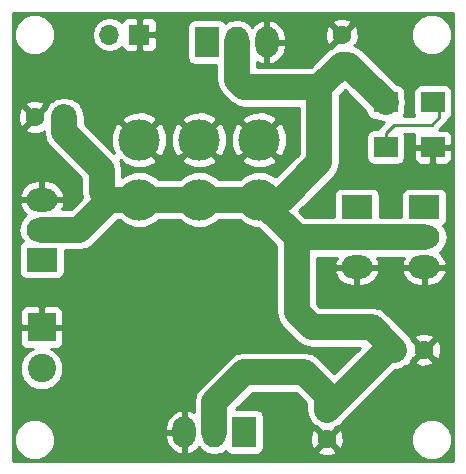
<source format=gbr>
G04 #@! TF.FileFunction,Copper,L1,Top,Signal*
%FSLAX46Y46*%
G04 Gerber Fmt 4.6, Leading zero omitted, Abs format (unit mm)*
G04 Created by KiCad (PCBNEW 4.0.7) date 03/20/18 07:49:49*
%MOMM*%
%LPD*%
G01*
G04 APERTURE LIST*
%ADD10C,0.100000*%
%ADD11R,2.000000X1.700000*%
%ADD12R,2.600000X2.000000*%
%ADD13O,2.600000X2.000000*%
%ADD14R,2.000000X2.600000*%
%ADD15O,2.000000X2.600000*%
%ADD16R,1.600000X1.600000*%
%ADD17C,1.600000*%
%ADD18R,1.700000X1.700000*%
%ADD19O,1.700000X1.700000*%
%ADD20C,2.400000*%
%ADD21R,2.400000X2.400000*%
%ADD22C,3.500120*%
%ADD23C,0.250000*%
%ADD24C,2.200000*%
%ADD25C,0.254000*%
G04 APERTURE END LIST*
D10*
D11*
X145510000Y-71755000D03*
X141510000Y-71755000D03*
X141510000Y-67945000D03*
X145510000Y-67945000D03*
D12*
X112395000Y-81280000D03*
D13*
X112395000Y-78740000D03*
X112395000Y-76200000D03*
D14*
X126365000Y-62865000D03*
D15*
X128905000Y-62865000D03*
X131445000Y-62865000D03*
D12*
X144780000Y-76835000D03*
D13*
X144780000Y-79375000D03*
X144780000Y-81915000D03*
D14*
X129540000Y-95885000D03*
D15*
X127000000Y-95885000D03*
X124460000Y-95885000D03*
D16*
X114300000Y-69215000D03*
D17*
X111800000Y-69215000D03*
D16*
X137795000Y-64770000D03*
D17*
X137795000Y-62270000D03*
D16*
X136525000Y-93980000D03*
D17*
X136525000Y-96480000D03*
D16*
X142240000Y-88900000D03*
D17*
X144740000Y-88900000D03*
D12*
X139065000Y-76835000D03*
D13*
X139065000Y-79375000D03*
X139065000Y-81915000D03*
D18*
X120650000Y-62230000D03*
D19*
X118110000Y-62230000D03*
D20*
X112395000Y-90495000D03*
D21*
X112395000Y-86995000D03*
D22*
X130810000Y-76200000D03*
X125730000Y-76200000D03*
X120650000Y-76200000D03*
X120650000Y-71120000D03*
X125730000Y-71120000D03*
X130810000Y-71120000D03*
D23*
X141510000Y-71755000D02*
X141510000Y-70580000D01*
X146050000Y-69215000D02*
X146050000Y-68485000D01*
X145415000Y-69850000D02*
X146050000Y-69215000D01*
X142240000Y-69850000D02*
X145415000Y-69850000D01*
X141510000Y-70580000D02*
X142240000Y-69850000D01*
X146050000Y-68485000D02*
X145510000Y-67945000D01*
D24*
X137795000Y-64770000D02*
X138335000Y-64770000D01*
X138335000Y-64770000D02*
X141510000Y-67945000D01*
X130810000Y-76200000D02*
X132715000Y-76200000D01*
X135890000Y-73025000D02*
X135890000Y-66675000D01*
X132715000Y-76200000D02*
X135890000Y-73025000D01*
X128905000Y-62865000D02*
X128905000Y-66040000D01*
X128905000Y-66040000D02*
X129540000Y-66675000D01*
X129540000Y-66675000D02*
X135890000Y-66675000D01*
X135890000Y-66675000D02*
X137795000Y-64770000D01*
X114300000Y-69215000D02*
X114300000Y-70485000D01*
X117475000Y-75565000D02*
X118110000Y-76200000D01*
X117475000Y-73660000D02*
X117475000Y-75565000D01*
X114300000Y-70485000D02*
X117475000Y-73660000D01*
X118110000Y-76200000D02*
X120650000Y-76200000D01*
X125730000Y-76200000D02*
X120650000Y-76200000D01*
X120650000Y-76200000D02*
X118110000Y-76200000D01*
X115570000Y-78740000D02*
X112395000Y-78740000D01*
X118110000Y-76200000D02*
X115570000Y-78740000D01*
X130810000Y-76200000D02*
X133985000Y-79375000D01*
X133985000Y-79375000D02*
X133985000Y-85725000D01*
X140335000Y-86995000D02*
X142240000Y-88900000D01*
X135255000Y-86995000D02*
X140335000Y-86995000D01*
X133985000Y-85725000D02*
X135255000Y-86995000D01*
X142240000Y-88900000D02*
X141605000Y-88900000D01*
X141605000Y-88900000D02*
X136525000Y-93980000D01*
X136525000Y-93980000D02*
X136525000Y-92710000D01*
X136525000Y-92710000D02*
X134620000Y-90805000D01*
X134620000Y-90805000D02*
X129540000Y-90805000D01*
X129540000Y-90805000D02*
X127000000Y-93345000D01*
X127000000Y-93345000D02*
X127000000Y-95885000D01*
X125730000Y-76200000D02*
X130810000Y-76200000D01*
X133985000Y-79375000D02*
X139065000Y-79375000D01*
X139065000Y-79375000D02*
X144780000Y-79375000D01*
D25*
G36*
X147245000Y-98350000D02*
X109930000Y-98350000D01*
X109930000Y-96863599D01*
X110024699Y-96863599D01*
X110288281Y-97501515D01*
X110775918Y-97990004D01*
X111413373Y-98254699D01*
X112103599Y-98255301D01*
X112741515Y-97991719D01*
X113230004Y-97504082D01*
X113494699Y-96866627D01*
X113495301Y-96176401D01*
X113427372Y-96012000D01*
X122825000Y-96012000D01*
X122825000Y-96312000D01*
X122998058Y-96928020D01*
X123393683Y-97430922D01*
X123951645Y-97744144D01*
X124079566Y-97775124D01*
X124333000Y-97655777D01*
X124333000Y-96012000D01*
X122825000Y-96012000D01*
X113427372Y-96012000D01*
X113231719Y-95538485D01*
X113151375Y-95458000D01*
X122825000Y-95458000D01*
X122825000Y-95758000D01*
X124333000Y-95758000D01*
X124333000Y-94114223D01*
X124079566Y-93994876D01*
X123951645Y-94025856D01*
X123393683Y-94339078D01*
X122998058Y-94841980D01*
X122825000Y-95458000D01*
X113151375Y-95458000D01*
X112744082Y-95049996D01*
X112106627Y-94785301D01*
X111416401Y-94784699D01*
X110778485Y-95048281D01*
X110289996Y-95535918D01*
X110025301Y-96173373D01*
X110024699Y-96863599D01*
X109930000Y-96863599D01*
X109930000Y-90858403D01*
X110559682Y-90858403D01*
X110838455Y-91533086D01*
X111354199Y-92049730D01*
X112028395Y-92329681D01*
X112758403Y-92330318D01*
X113433086Y-92051545D01*
X113949730Y-91535801D01*
X114229681Y-90861605D01*
X114230318Y-90131597D01*
X113951545Y-89456914D01*
X113435801Y-88940270D01*
X113170242Y-88830000D01*
X113721310Y-88830000D01*
X113954699Y-88733327D01*
X114133327Y-88554698D01*
X114230000Y-88321309D01*
X114230000Y-87280750D01*
X114071250Y-87122000D01*
X112522000Y-87122000D01*
X112522000Y-87142000D01*
X112268000Y-87142000D01*
X112268000Y-87122000D01*
X110718750Y-87122000D01*
X110560000Y-87280750D01*
X110560000Y-88321309D01*
X110656673Y-88554698D01*
X110835301Y-88733327D01*
X111068690Y-88830000D01*
X111619395Y-88830000D01*
X111356914Y-88938455D01*
X110840270Y-89454199D01*
X110560319Y-90128395D01*
X110559682Y-90858403D01*
X109930000Y-90858403D01*
X109930000Y-85668691D01*
X110560000Y-85668691D01*
X110560000Y-86709250D01*
X110718750Y-86868000D01*
X112268000Y-86868000D01*
X112268000Y-85318750D01*
X112522000Y-85318750D01*
X112522000Y-86868000D01*
X114071250Y-86868000D01*
X114230000Y-86709250D01*
X114230000Y-85668691D01*
X114133327Y-85435302D01*
X113954699Y-85256673D01*
X113721310Y-85160000D01*
X112680750Y-85160000D01*
X112522000Y-85318750D01*
X112268000Y-85318750D01*
X112109250Y-85160000D01*
X111068690Y-85160000D01*
X110835301Y-85256673D01*
X110656673Y-85435302D01*
X110560000Y-85668691D01*
X109930000Y-85668691D01*
X109930000Y-78740000D01*
X110422091Y-78740000D01*
X110546548Y-79365687D01*
X110786093Y-79724192D01*
X110643559Y-79815910D01*
X110498569Y-80028110D01*
X110447560Y-80280000D01*
X110447560Y-82280000D01*
X110491838Y-82515317D01*
X110630910Y-82731441D01*
X110843110Y-82876431D01*
X111095000Y-82927440D01*
X113695000Y-82927440D01*
X113930317Y-82883162D01*
X114146441Y-82744090D01*
X114291431Y-82531890D01*
X114342440Y-82280000D01*
X114342440Y-80475000D01*
X115570000Y-80475000D01*
X116233956Y-80342931D01*
X116796830Y-79966830D01*
X118828661Y-77935000D01*
X119011930Y-77935000D01*
X119297208Y-78220776D01*
X120173501Y-78584645D01*
X121122336Y-78585473D01*
X121999263Y-78223134D01*
X122287900Y-77935000D01*
X124091930Y-77935000D01*
X124377208Y-78220776D01*
X125253501Y-78584645D01*
X126202336Y-78585473D01*
X127079263Y-78223134D01*
X127367900Y-77935000D01*
X129171930Y-77935000D01*
X129457208Y-78220776D01*
X130333501Y-78584645D01*
X130741341Y-78585001D01*
X132250000Y-80093660D01*
X132250000Y-85725000D01*
X132382069Y-86388956D01*
X132758170Y-86951830D01*
X134028170Y-88221830D01*
X134591044Y-88597931D01*
X135255000Y-88730000D01*
X139321340Y-88730000D01*
X137160000Y-90891340D01*
X135846830Y-89578170D01*
X135283956Y-89202069D01*
X134620000Y-89070000D01*
X129540000Y-89070000D01*
X128876044Y-89202069D01*
X128313169Y-89578170D01*
X125773170Y-92118170D01*
X125397069Y-92681044D01*
X125265000Y-93345000D01*
X125265000Y-94192383D01*
X124968355Y-94025856D01*
X124840434Y-93994876D01*
X124587000Y-94114223D01*
X124587000Y-95758000D01*
X124607000Y-95758000D01*
X124607000Y-96012000D01*
X124587000Y-96012000D01*
X124587000Y-97655777D01*
X124840434Y-97775124D01*
X124968355Y-97744144D01*
X125526317Y-97430922D01*
X125716781Y-97188812D01*
X125843880Y-97379029D01*
X126374313Y-97733452D01*
X127000000Y-97857909D01*
X127625687Y-97733452D01*
X127984192Y-97493907D01*
X128075910Y-97636441D01*
X128288110Y-97781431D01*
X128540000Y-97832440D01*
X130540000Y-97832440D01*
X130775317Y-97788162D01*
X130991441Y-97649090D01*
X131101683Y-97487745D01*
X135696861Y-97487745D01*
X135770995Y-97733864D01*
X136308223Y-97926965D01*
X136878454Y-97899778D01*
X137279005Y-97733864D01*
X137353139Y-97487745D01*
X136525000Y-96659605D01*
X135696861Y-97487745D01*
X131101683Y-97487745D01*
X131136431Y-97436890D01*
X131187440Y-97185000D01*
X131187440Y-96263223D01*
X135078035Y-96263223D01*
X135105222Y-96833454D01*
X135271136Y-97234005D01*
X135517255Y-97308139D01*
X136345395Y-96480000D01*
X136704605Y-96480000D01*
X137532745Y-97308139D01*
X137778864Y-97234005D01*
X137912002Y-96863599D01*
X143679699Y-96863599D01*
X143943281Y-97501515D01*
X144430918Y-97990004D01*
X145068373Y-98254699D01*
X145758599Y-98255301D01*
X146396515Y-97991719D01*
X146885004Y-97504082D01*
X147149699Y-96866627D01*
X147150301Y-96176401D01*
X146886719Y-95538485D01*
X146399082Y-95049996D01*
X145761627Y-94785301D01*
X145071401Y-94784699D01*
X144433485Y-95048281D01*
X143944996Y-95535918D01*
X143680301Y-96173373D01*
X143679699Y-96863599D01*
X137912002Y-96863599D01*
X137971965Y-96696777D01*
X137944778Y-96126546D01*
X137778864Y-95725995D01*
X137532745Y-95651861D01*
X136704605Y-96480000D01*
X136345395Y-96480000D01*
X135517255Y-95651861D01*
X135271136Y-95725995D01*
X135078035Y-96263223D01*
X131187440Y-96263223D01*
X131187440Y-94585000D01*
X131143162Y-94349683D01*
X131004090Y-94133559D01*
X130791890Y-93988569D01*
X130540000Y-93937560D01*
X128861100Y-93937560D01*
X130258661Y-92540000D01*
X133901340Y-92540000D01*
X134790000Y-93428660D01*
X134790000Y-93980000D01*
X134922069Y-94643956D01*
X135102879Y-94914556D01*
X135121838Y-95015317D01*
X135260910Y-95231441D01*
X135473110Y-95376431D01*
X135586300Y-95399353D01*
X135699791Y-95475185D01*
X136525000Y-96300395D01*
X137350209Y-95475185D01*
X137459556Y-95402121D01*
X137560317Y-95383162D01*
X137776441Y-95244090D01*
X137909913Y-95048747D01*
X142344433Y-90614227D01*
X142903956Y-90502931D01*
X143174556Y-90322121D01*
X143275317Y-90303162D01*
X143491441Y-90164090D01*
X143636431Y-89951890D01*
X143645370Y-89907745D01*
X143911861Y-89907745D01*
X143985995Y-90153864D01*
X144523223Y-90346965D01*
X145093454Y-90319778D01*
X145494005Y-90153864D01*
X145568139Y-89907745D01*
X144740000Y-89079605D01*
X143911861Y-89907745D01*
X143645370Y-89907745D01*
X143659353Y-89838700D01*
X143735185Y-89725209D01*
X144560395Y-88900000D01*
X144919605Y-88900000D01*
X145747745Y-89728139D01*
X145993864Y-89654005D01*
X146186965Y-89116777D01*
X146159778Y-88546546D01*
X145993864Y-88145995D01*
X145747745Y-88071861D01*
X144919605Y-88900000D01*
X144560395Y-88900000D01*
X143735185Y-88074791D01*
X143662121Y-87965444D01*
X143648350Y-87892255D01*
X143911861Y-87892255D01*
X144740000Y-88720395D01*
X145568139Y-87892255D01*
X145494005Y-87646136D01*
X144956777Y-87453035D01*
X144386546Y-87480222D01*
X143985995Y-87646136D01*
X143911861Y-87892255D01*
X143648350Y-87892255D01*
X143643162Y-87864683D01*
X143504090Y-87648559D01*
X143308747Y-87515087D01*
X141561830Y-85768170D01*
X140998956Y-85392069D01*
X140335000Y-85260000D01*
X135973660Y-85260000D01*
X135720000Y-85006340D01*
X135720000Y-82295434D01*
X137174876Y-82295434D01*
X137205856Y-82423355D01*
X137519078Y-82981317D01*
X138021980Y-83376942D01*
X138638000Y-83550000D01*
X138938000Y-83550000D01*
X138938000Y-82042000D01*
X139192000Y-82042000D01*
X139192000Y-83550000D01*
X139492000Y-83550000D01*
X140108020Y-83376942D01*
X140610922Y-82981317D01*
X140924144Y-82423355D01*
X140955124Y-82295434D01*
X142889876Y-82295434D01*
X142920856Y-82423355D01*
X143234078Y-82981317D01*
X143736980Y-83376942D01*
X144353000Y-83550000D01*
X144653000Y-83550000D01*
X144653000Y-82042000D01*
X144907000Y-82042000D01*
X144907000Y-83550000D01*
X145207000Y-83550000D01*
X145823020Y-83376942D01*
X146325922Y-82981317D01*
X146639144Y-82423355D01*
X146670124Y-82295434D01*
X146550777Y-82042000D01*
X144907000Y-82042000D01*
X144653000Y-82042000D01*
X143009223Y-82042000D01*
X142889876Y-82295434D01*
X140955124Y-82295434D01*
X140835777Y-82042000D01*
X139192000Y-82042000D01*
X138938000Y-82042000D01*
X137294223Y-82042000D01*
X137174876Y-82295434D01*
X135720000Y-82295434D01*
X135720000Y-81110000D01*
X137372383Y-81110000D01*
X137205856Y-81406645D01*
X137174876Y-81534566D01*
X137294223Y-81788000D01*
X138938000Y-81788000D01*
X138938000Y-81768000D01*
X139192000Y-81768000D01*
X139192000Y-81788000D01*
X140835777Y-81788000D01*
X140955124Y-81534566D01*
X140924144Y-81406645D01*
X140757617Y-81110000D01*
X143087383Y-81110000D01*
X142920856Y-81406645D01*
X142889876Y-81534566D01*
X143009223Y-81788000D01*
X144653000Y-81788000D01*
X144653000Y-81768000D01*
X144907000Y-81768000D01*
X144907000Y-81788000D01*
X146550777Y-81788000D01*
X146670124Y-81534566D01*
X146639144Y-81406645D01*
X146325922Y-80848683D01*
X146083812Y-80658219D01*
X146274029Y-80531120D01*
X146628452Y-80000687D01*
X146752909Y-79375000D01*
X146628452Y-78749313D01*
X146388907Y-78390808D01*
X146531441Y-78299090D01*
X146676431Y-78086890D01*
X146727440Y-77835000D01*
X146727440Y-75835000D01*
X146683162Y-75599683D01*
X146544090Y-75383559D01*
X146331890Y-75238569D01*
X146080000Y-75187560D01*
X143480000Y-75187560D01*
X143244683Y-75231838D01*
X143028559Y-75370910D01*
X142883569Y-75583110D01*
X142832560Y-75835000D01*
X142832560Y-77640000D01*
X141012440Y-77640000D01*
X141012440Y-75835000D01*
X140968162Y-75599683D01*
X140829090Y-75383559D01*
X140616890Y-75238569D01*
X140365000Y-75187560D01*
X137765000Y-75187560D01*
X137529683Y-75231838D01*
X137313559Y-75370910D01*
X137168569Y-75583110D01*
X137117560Y-75835000D01*
X137117560Y-77640000D01*
X134703660Y-77640000D01*
X134216160Y-77152500D01*
X137116830Y-74251830D01*
X137492931Y-73688956D01*
X137625000Y-73025000D01*
X137625000Y-67393660D01*
X138065000Y-66953660D01*
X139862560Y-68751220D01*
X139862560Y-68795000D01*
X139906838Y-69030317D01*
X140045910Y-69246441D01*
X140258110Y-69391431D01*
X140510000Y-69442440D01*
X140688166Y-69442440D01*
X140846044Y-69547931D01*
X141364200Y-69650998D01*
X140972599Y-70042599D01*
X140828967Y-70257560D01*
X140510000Y-70257560D01*
X140274683Y-70301838D01*
X140058559Y-70440910D01*
X139913569Y-70653110D01*
X139862560Y-70905000D01*
X139862560Y-72605000D01*
X139906838Y-72840317D01*
X140045910Y-73056441D01*
X140258110Y-73201431D01*
X140510000Y-73252440D01*
X142510000Y-73252440D01*
X142745317Y-73208162D01*
X142961441Y-73069090D01*
X143106431Y-72856890D01*
X143157440Y-72605000D01*
X143157440Y-72040750D01*
X143875000Y-72040750D01*
X143875000Y-72731310D01*
X143971673Y-72964699D01*
X144150302Y-73143327D01*
X144383691Y-73240000D01*
X145224250Y-73240000D01*
X145383000Y-73081250D01*
X145383000Y-71882000D01*
X145637000Y-71882000D01*
X145637000Y-73081250D01*
X145795750Y-73240000D01*
X146636309Y-73240000D01*
X146869698Y-73143327D01*
X147048327Y-72964699D01*
X147145000Y-72731310D01*
X147145000Y-72040750D01*
X146986250Y-71882000D01*
X145637000Y-71882000D01*
X145383000Y-71882000D01*
X144033750Y-71882000D01*
X143875000Y-72040750D01*
X143157440Y-72040750D01*
X143157440Y-70905000D01*
X143113162Y-70669683D01*
X143074757Y-70610000D01*
X143944874Y-70610000D01*
X143875000Y-70778690D01*
X143875000Y-71469250D01*
X144033750Y-71628000D01*
X145383000Y-71628000D01*
X145383000Y-71608000D01*
X145637000Y-71608000D01*
X145637000Y-71628000D01*
X146986250Y-71628000D01*
X147145000Y-71469250D01*
X147145000Y-70778690D01*
X147048327Y-70545301D01*
X146869698Y-70366673D01*
X146636309Y-70270000D01*
X146069802Y-70270000D01*
X146587401Y-69752401D01*
X146752148Y-69505839D01*
X146777713Y-69377316D01*
X146961441Y-69259090D01*
X147106431Y-69046890D01*
X147157440Y-68795000D01*
X147157440Y-67095000D01*
X147113162Y-66859683D01*
X146974090Y-66643559D01*
X146761890Y-66498569D01*
X146510000Y-66447560D01*
X144510000Y-66447560D01*
X144274683Y-66491838D01*
X144058559Y-66630910D01*
X143913569Y-66843110D01*
X143862560Y-67095000D01*
X143862560Y-68795000D01*
X143906838Y-69030317D01*
X143945243Y-69090000D01*
X143076975Y-69090000D01*
X143106431Y-69046890D01*
X143157440Y-68795000D01*
X143157440Y-68385194D01*
X143245000Y-67945000D01*
X143157440Y-67504806D01*
X143157440Y-67095000D01*
X143113162Y-66859683D01*
X142974090Y-66643559D01*
X142761890Y-66498569D01*
X142510000Y-66447560D01*
X142466220Y-66447560D01*
X139561830Y-63543170D01*
X138998956Y-63167069D01*
X138840073Y-63135465D01*
X138802747Y-63098139D01*
X139048864Y-63024005D01*
X139210757Y-62573599D01*
X143679699Y-62573599D01*
X143943281Y-63211515D01*
X144430918Y-63700004D01*
X145068373Y-63964699D01*
X145758599Y-63965301D01*
X146396515Y-63701719D01*
X146885004Y-63214082D01*
X147149699Y-62576627D01*
X147150301Y-61886401D01*
X146886719Y-61248485D01*
X146399082Y-60759996D01*
X145761627Y-60495301D01*
X145071401Y-60494699D01*
X144433485Y-60758281D01*
X143944996Y-61245918D01*
X143680301Y-61883373D01*
X143679699Y-62573599D01*
X139210757Y-62573599D01*
X139241965Y-62486777D01*
X139214778Y-61916546D01*
X139048864Y-61515995D01*
X138802745Y-61441861D01*
X137974605Y-62270000D01*
X137988748Y-62284142D01*
X137809142Y-62463748D01*
X137795000Y-62449605D01*
X136969791Y-63274815D01*
X136860444Y-63347879D01*
X136759683Y-63366838D01*
X136543559Y-63505910D01*
X136410087Y-63701253D01*
X135171340Y-64940000D01*
X130640000Y-64940000D01*
X130640000Y-64557617D01*
X130936645Y-64724144D01*
X131064566Y-64755124D01*
X131318000Y-64635777D01*
X131318000Y-62992000D01*
X131572000Y-62992000D01*
X131572000Y-64635777D01*
X131825434Y-64755124D01*
X131953355Y-64724144D01*
X132511317Y-64410922D01*
X132906942Y-63908020D01*
X133080000Y-63292000D01*
X133080000Y-62992000D01*
X131572000Y-62992000D01*
X131318000Y-62992000D01*
X131298000Y-62992000D01*
X131298000Y-62738000D01*
X131318000Y-62738000D01*
X131318000Y-61094223D01*
X131572000Y-61094223D01*
X131572000Y-62738000D01*
X133080000Y-62738000D01*
X133080000Y-62438000D01*
X132971905Y-62053223D01*
X136348035Y-62053223D01*
X136375222Y-62623454D01*
X136541136Y-63024005D01*
X136787255Y-63098139D01*
X137615395Y-62270000D01*
X136787255Y-61441861D01*
X136541136Y-61515995D01*
X136348035Y-62053223D01*
X132971905Y-62053223D01*
X132906942Y-61821980D01*
X132511317Y-61319078D01*
X132410095Y-61262255D01*
X136966861Y-61262255D01*
X137795000Y-62090395D01*
X138623139Y-61262255D01*
X138549005Y-61016136D01*
X138011777Y-60823035D01*
X137441546Y-60850222D01*
X137040995Y-61016136D01*
X136966861Y-61262255D01*
X132410095Y-61262255D01*
X131953355Y-61005856D01*
X131825434Y-60974876D01*
X131572000Y-61094223D01*
X131318000Y-61094223D01*
X131064566Y-60974876D01*
X130936645Y-61005856D01*
X130378683Y-61319078D01*
X130188219Y-61561188D01*
X130061120Y-61370971D01*
X129530687Y-61016548D01*
X128905000Y-60892091D01*
X128279313Y-61016548D01*
X127920808Y-61256093D01*
X127829090Y-61113559D01*
X127616890Y-60968569D01*
X127365000Y-60917560D01*
X125365000Y-60917560D01*
X125129683Y-60961838D01*
X124913559Y-61100910D01*
X124768569Y-61313110D01*
X124717560Y-61565000D01*
X124717560Y-64165000D01*
X124761838Y-64400317D01*
X124900910Y-64616441D01*
X125113110Y-64761431D01*
X125365000Y-64812440D01*
X127170000Y-64812440D01*
X127170000Y-66040000D01*
X127302069Y-66703956D01*
X127678170Y-67266830D01*
X128313170Y-67901831D01*
X128650589Y-68127286D01*
X128876044Y-68277931D01*
X129540000Y-68410000D01*
X134155000Y-68410000D01*
X134155000Y-72306340D01*
X132222402Y-74238938D01*
X132162792Y-74179224D01*
X131286499Y-73815355D01*
X130337664Y-73814527D01*
X129460737Y-74176866D01*
X129172100Y-74465000D01*
X127368070Y-74465000D01*
X127082792Y-74179224D01*
X126206499Y-73815355D01*
X125257664Y-73814527D01*
X124380737Y-74176866D01*
X124092100Y-74465000D01*
X122288070Y-74465000D01*
X122002792Y-74179224D01*
X121126499Y-73815355D01*
X120177664Y-73814527D01*
X119300737Y-74176866D01*
X119210000Y-74267445D01*
X119210000Y-73660000D01*
X119077931Y-72996044D01*
X119028117Y-72921491D01*
X119135035Y-72814573D01*
X119325328Y-73159319D01*
X120206576Y-73511015D01*
X121155332Y-73498701D01*
X121974672Y-73159319D01*
X122164966Y-72814571D01*
X124215034Y-72814571D01*
X124405328Y-73159319D01*
X125286576Y-73511015D01*
X126235332Y-73498701D01*
X127054672Y-73159319D01*
X127244966Y-72814571D01*
X129295034Y-72814571D01*
X129485328Y-73159319D01*
X130366576Y-73511015D01*
X131315332Y-73498701D01*
X132134672Y-73159319D01*
X132324966Y-72814571D01*
X130810000Y-71299605D01*
X129295034Y-72814571D01*
X127244966Y-72814571D01*
X125730000Y-71299605D01*
X124215034Y-72814571D01*
X122164966Y-72814571D01*
X120650000Y-71299605D01*
X120635858Y-71313748D01*
X120456253Y-71134143D01*
X120470395Y-71120000D01*
X120829605Y-71120000D01*
X122344571Y-72634966D01*
X122689319Y-72444672D01*
X123041015Y-71563424D01*
X123029505Y-70676576D01*
X123338985Y-70676576D01*
X123351299Y-71625332D01*
X123690681Y-72444672D01*
X124035429Y-72634966D01*
X125550395Y-71120000D01*
X125909605Y-71120000D01*
X127424571Y-72634966D01*
X127769319Y-72444672D01*
X128121015Y-71563424D01*
X128109505Y-70676576D01*
X128418985Y-70676576D01*
X128431299Y-71625332D01*
X128770681Y-72444672D01*
X129115429Y-72634966D01*
X130630395Y-71120000D01*
X130989605Y-71120000D01*
X132504571Y-72634966D01*
X132849319Y-72444672D01*
X133201015Y-71563424D01*
X133188701Y-70614668D01*
X132849319Y-69795328D01*
X132504571Y-69605034D01*
X130989605Y-71120000D01*
X130630395Y-71120000D01*
X129115429Y-69605034D01*
X128770681Y-69795328D01*
X128418985Y-70676576D01*
X128109505Y-70676576D01*
X128108701Y-70614668D01*
X127769319Y-69795328D01*
X127424571Y-69605034D01*
X125909605Y-71120000D01*
X125550395Y-71120000D01*
X124035429Y-69605034D01*
X123690681Y-69795328D01*
X123338985Y-70676576D01*
X123029505Y-70676576D01*
X123028701Y-70614668D01*
X122689319Y-69795328D01*
X122344571Y-69605034D01*
X120829605Y-71120000D01*
X120470395Y-71120000D01*
X118955429Y-69605034D01*
X118610681Y-69795328D01*
X118258985Y-70676576D01*
X118271299Y-71625332D01*
X118538096Y-72269436D01*
X116035000Y-69766340D01*
X116035000Y-69425429D01*
X119135034Y-69425429D01*
X120650000Y-70940395D01*
X122164966Y-69425429D01*
X124215034Y-69425429D01*
X125730000Y-70940395D01*
X127244966Y-69425429D01*
X129295034Y-69425429D01*
X130810000Y-70940395D01*
X132324966Y-69425429D01*
X132134672Y-69080681D01*
X131253424Y-68728985D01*
X130304668Y-68741299D01*
X129485328Y-69080681D01*
X129295034Y-69425429D01*
X127244966Y-69425429D01*
X127054672Y-69080681D01*
X126173424Y-68728985D01*
X125224668Y-68741299D01*
X124405328Y-69080681D01*
X124215034Y-69425429D01*
X122164966Y-69425429D01*
X121974672Y-69080681D01*
X121093424Y-68728985D01*
X120144668Y-68741299D01*
X119325328Y-69080681D01*
X119135034Y-69425429D01*
X116035000Y-69425429D01*
X116035000Y-69215000D01*
X115902931Y-68551044D01*
X115722121Y-68280444D01*
X115703162Y-68179683D01*
X115564090Y-67963559D01*
X115351890Y-67818569D01*
X115238700Y-67795647D01*
X114963956Y-67612069D01*
X114300000Y-67480000D01*
X113636044Y-67612069D01*
X113365444Y-67792879D01*
X113264683Y-67811838D01*
X113048559Y-67950910D01*
X112903569Y-68163110D01*
X112880647Y-68276300D01*
X112804815Y-68389791D01*
X111979605Y-69215000D01*
X111993748Y-69229142D01*
X111814142Y-69408748D01*
X111800000Y-69394605D01*
X110971861Y-70222745D01*
X111045995Y-70468864D01*
X111583223Y-70661965D01*
X112153454Y-70634778D01*
X112554005Y-70468864D01*
X112565000Y-70432361D01*
X112565000Y-70485000D01*
X112697069Y-71148956D01*
X113073170Y-71711830D01*
X115740000Y-74378660D01*
X115740000Y-75565000D01*
X115831473Y-76024866D01*
X114851340Y-77005000D01*
X114087617Y-77005000D01*
X114254144Y-76708355D01*
X114285124Y-76580434D01*
X114165777Y-76327000D01*
X112522000Y-76327000D01*
X112522000Y-76347000D01*
X112268000Y-76347000D01*
X112268000Y-76327000D01*
X110624223Y-76327000D01*
X110504876Y-76580434D01*
X110535856Y-76708355D01*
X110849078Y-77266317D01*
X111091188Y-77456781D01*
X110900971Y-77583880D01*
X110546548Y-78114313D01*
X110422091Y-78740000D01*
X109930000Y-78740000D01*
X109930000Y-75819566D01*
X110504876Y-75819566D01*
X110624223Y-76073000D01*
X112268000Y-76073000D01*
X112268000Y-74565000D01*
X112522000Y-74565000D01*
X112522000Y-76073000D01*
X114165777Y-76073000D01*
X114285124Y-75819566D01*
X114254144Y-75691645D01*
X113940922Y-75133683D01*
X113438020Y-74738058D01*
X112822000Y-74565000D01*
X112522000Y-74565000D01*
X112268000Y-74565000D01*
X111968000Y-74565000D01*
X111351980Y-74738058D01*
X110849078Y-75133683D01*
X110535856Y-75691645D01*
X110504876Y-75819566D01*
X109930000Y-75819566D01*
X109930000Y-68998223D01*
X110353035Y-68998223D01*
X110380222Y-69568454D01*
X110546136Y-69969005D01*
X110792255Y-70043139D01*
X111620395Y-69215000D01*
X110792255Y-68386861D01*
X110546136Y-68460995D01*
X110353035Y-68998223D01*
X109930000Y-68998223D01*
X109930000Y-68207255D01*
X110971861Y-68207255D01*
X111800000Y-69035395D01*
X112628139Y-68207255D01*
X112554005Y-67961136D01*
X112016777Y-67768035D01*
X111446546Y-67795222D01*
X111045995Y-67961136D01*
X110971861Y-68207255D01*
X109930000Y-68207255D01*
X109930000Y-62573599D01*
X110024699Y-62573599D01*
X110288281Y-63211515D01*
X110775918Y-63700004D01*
X111413373Y-63964699D01*
X112103599Y-63965301D01*
X112741515Y-63701719D01*
X113230004Y-63214082D01*
X113494699Y-62576627D01*
X113495026Y-62200907D01*
X116625000Y-62200907D01*
X116625000Y-62259093D01*
X116738039Y-62827378D01*
X117059946Y-63309147D01*
X117541715Y-63631054D01*
X118110000Y-63744093D01*
X118678285Y-63631054D01*
X119160054Y-63309147D01*
X119189403Y-63265223D01*
X119261673Y-63439698D01*
X119440301Y-63618327D01*
X119673690Y-63715000D01*
X120364250Y-63715000D01*
X120523000Y-63556250D01*
X120523000Y-62357000D01*
X120777000Y-62357000D01*
X120777000Y-63556250D01*
X120935750Y-63715000D01*
X121626310Y-63715000D01*
X121859699Y-63618327D01*
X122038327Y-63439698D01*
X122135000Y-63206309D01*
X122135000Y-62515750D01*
X121976250Y-62357000D01*
X120777000Y-62357000D01*
X120523000Y-62357000D01*
X120503000Y-62357000D01*
X120503000Y-62103000D01*
X120523000Y-62103000D01*
X120523000Y-60903750D01*
X120777000Y-60903750D01*
X120777000Y-62103000D01*
X121976250Y-62103000D01*
X122135000Y-61944250D01*
X122135000Y-61253691D01*
X122038327Y-61020302D01*
X121859699Y-60841673D01*
X121626310Y-60745000D01*
X120935750Y-60745000D01*
X120777000Y-60903750D01*
X120523000Y-60903750D01*
X120364250Y-60745000D01*
X119673690Y-60745000D01*
X119440301Y-60841673D01*
X119261673Y-61020302D01*
X119189403Y-61194777D01*
X119160054Y-61150853D01*
X118678285Y-60828946D01*
X118110000Y-60715907D01*
X117541715Y-60828946D01*
X117059946Y-61150853D01*
X116738039Y-61632622D01*
X116625000Y-62200907D01*
X113495026Y-62200907D01*
X113495301Y-61886401D01*
X113231719Y-61248485D01*
X112744082Y-60759996D01*
X112106627Y-60495301D01*
X111416401Y-60494699D01*
X110778485Y-60758281D01*
X110289996Y-61245918D01*
X110025301Y-61883373D01*
X110024699Y-62573599D01*
X109930000Y-62573599D01*
X109930000Y-60400000D01*
X147245000Y-60400000D01*
X147245000Y-98350000D01*
X147245000Y-98350000D01*
G37*
X147245000Y-98350000D02*
X109930000Y-98350000D01*
X109930000Y-96863599D01*
X110024699Y-96863599D01*
X110288281Y-97501515D01*
X110775918Y-97990004D01*
X111413373Y-98254699D01*
X112103599Y-98255301D01*
X112741515Y-97991719D01*
X113230004Y-97504082D01*
X113494699Y-96866627D01*
X113495301Y-96176401D01*
X113427372Y-96012000D01*
X122825000Y-96012000D01*
X122825000Y-96312000D01*
X122998058Y-96928020D01*
X123393683Y-97430922D01*
X123951645Y-97744144D01*
X124079566Y-97775124D01*
X124333000Y-97655777D01*
X124333000Y-96012000D01*
X122825000Y-96012000D01*
X113427372Y-96012000D01*
X113231719Y-95538485D01*
X113151375Y-95458000D01*
X122825000Y-95458000D01*
X122825000Y-95758000D01*
X124333000Y-95758000D01*
X124333000Y-94114223D01*
X124079566Y-93994876D01*
X123951645Y-94025856D01*
X123393683Y-94339078D01*
X122998058Y-94841980D01*
X122825000Y-95458000D01*
X113151375Y-95458000D01*
X112744082Y-95049996D01*
X112106627Y-94785301D01*
X111416401Y-94784699D01*
X110778485Y-95048281D01*
X110289996Y-95535918D01*
X110025301Y-96173373D01*
X110024699Y-96863599D01*
X109930000Y-96863599D01*
X109930000Y-90858403D01*
X110559682Y-90858403D01*
X110838455Y-91533086D01*
X111354199Y-92049730D01*
X112028395Y-92329681D01*
X112758403Y-92330318D01*
X113433086Y-92051545D01*
X113949730Y-91535801D01*
X114229681Y-90861605D01*
X114230318Y-90131597D01*
X113951545Y-89456914D01*
X113435801Y-88940270D01*
X113170242Y-88830000D01*
X113721310Y-88830000D01*
X113954699Y-88733327D01*
X114133327Y-88554698D01*
X114230000Y-88321309D01*
X114230000Y-87280750D01*
X114071250Y-87122000D01*
X112522000Y-87122000D01*
X112522000Y-87142000D01*
X112268000Y-87142000D01*
X112268000Y-87122000D01*
X110718750Y-87122000D01*
X110560000Y-87280750D01*
X110560000Y-88321309D01*
X110656673Y-88554698D01*
X110835301Y-88733327D01*
X111068690Y-88830000D01*
X111619395Y-88830000D01*
X111356914Y-88938455D01*
X110840270Y-89454199D01*
X110560319Y-90128395D01*
X110559682Y-90858403D01*
X109930000Y-90858403D01*
X109930000Y-85668691D01*
X110560000Y-85668691D01*
X110560000Y-86709250D01*
X110718750Y-86868000D01*
X112268000Y-86868000D01*
X112268000Y-85318750D01*
X112522000Y-85318750D01*
X112522000Y-86868000D01*
X114071250Y-86868000D01*
X114230000Y-86709250D01*
X114230000Y-85668691D01*
X114133327Y-85435302D01*
X113954699Y-85256673D01*
X113721310Y-85160000D01*
X112680750Y-85160000D01*
X112522000Y-85318750D01*
X112268000Y-85318750D01*
X112109250Y-85160000D01*
X111068690Y-85160000D01*
X110835301Y-85256673D01*
X110656673Y-85435302D01*
X110560000Y-85668691D01*
X109930000Y-85668691D01*
X109930000Y-78740000D01*
X110422091Y-78740000D01*
X110546548Y-79365687D01*
X110786093Y-79724192D01*
X110643559Y-79815910D01*
X110498569Y-80028110D01*
X110447560Y-80280000D01*
X110447560Y-82280000D01*
X110491838Y-82515317D01*
X110630910Y-82731441D01*
X110843110Y-82876431D01*
X111095000Y-82927440D01*
X113695000Y-82927440D01*
X113930317Y-82883162D01*
X114146441Y-82744090D01*
X114291431Y-82531890D01*
X114342440Y-82280000D01*
X114342440Y-80475000D01*
X115570000Y-80475000D01*
X116233956Y-80342931D01*
X116796830Y-79966830D01*
X118828661Y-77935000D01*
X119011930Y-77935000D01*
X119297208Y-78220776D01*
X120173501Y-78584645D01*
X121122336Y-78585473D01*
X121999263Y-78223134D01*
X122287900Y-77935000D01*
X124091930Y-77935000D01*
X124377208Y-78220776D01*
X125253501Y-78584645D01*
X126202336Y-78585473D01*
X127079263Y-78223134D01*
X127367900Y-77935000D01*
X129171930Y-77935000D01*
X129457208Y-78220776D01*
X130333501Y-78584645D01*
X130741341Y-78585001D01*
X132250000Y-80093660D01*
X132250000Y-85725000D01*
X132382069Y-86388956D01*
X132758170Y-86951830D01*
X134028170Y-88221830D01*
X134591044Y-88597931D01*
X135255000Y-88730000D01*
X139321340Y-88730000D01*
X137160000Y-90891340D01*
X135846830Y-89578170D01*
X135283956Y-89202069D01*
X134620000Y-89070000D01*
X129540000Y-89070000D01*
X128876044Y-89202069D01*
X128313169Y-89578170D01*
X125773170Y-92118170D01*
X125397069Y-92681044D01*
X125265000Y-93345000D01*
X125265000Y-94192383D01*
X124968355Y-94025856D01*
X124840434Y-93994876D01*
X124587000Y-94114223D01*
X124587000Y-95758000D01*
X124607000Y-95758000D01*
X124607000Y-96012000D01*
X124587000Y-96012000D01*
X124587000Y-97655777D01*
X124840434Y-97775124D01*
X124968355Y-97744144D01*
X125526317Y-97430922D01*
X125716781Y-97188812D01*
X125843880Y-97379029D01*
X126374313Y-97733452D01*
X127000000Y-97857909D01*
X127625687Y-97733452D01*
X127984192Y-97493907D01*
X128075910Y-97636441D01*
X128288110Y-97781431D01*
X128540000Y-97832440D01*
X130540000Y-97832440D01*
X130775317Y-97788162D01*
X130991441Y-97649090D01*
X131101683Y-97487745D01*
X135696861Y-97487745D01*
X135770995Y-97733864D01*
X136308223Y-97926965D01*
X136878454Y-97899778D01*
X137279005Y-97733864D01*
X137353139Y-97487745D01*
X136525000Y-96659605D01*
X135696861Y-97487745D01*
X131101683Y-97487745D01*
X131136431Y-97436890D01*
X131187440Y-97185000D01*
X131187440Y-96263223D01*
X135078035Y-96263223D01*
X135105222Y-96833454D01*
X135271136Y-97234005D01*
X135517255Y-97308139D01*
X136345395Y-96480000D01*
X136704605Y-96480000D01*
X137532745Y-97308139D01*
X137778864Y-97234005D01*
X137912002Y-96863599D01*
X143679699Y-96863599D01*
X143943281Y-97501515D01*
X144430918Y-97990004D01*
X145068373Y-98254699D01*
X145758599Y-98255301D01*
X146396515Y-97991719D01*
X146885004Y-97504082D01*
X147149699Y-96866627D01*
X147150301Y-96176401D01*
X146886719Y-95538485D01*
X146399082Y-95049996D01*
X145761627Y-94785301D01*
X145071401Y-94784699D01*
X144433485Y-95048281D01*
X143944996Y-95535918D01*
X143680301Y-96173373D01*
X143679699Y-96863599D01*
X137912002Y-96863599D01*
X137971965Y-96696777D01*
X137944778Y-96126546D01*
X137778864Y-95725995D01*
X137532745Y-95651861D01*
X136704605Y-96480000D01*
X136345395Y-96480000D01*
X135517255Y-95651861D01*
X135271136Y-95725995D01*
X135078035Y-96263223D01*
X131187440Y-96263223D01*
X131187440Y-94585000D01*
X131143162Y-94349683D01*
X131004090Y-94133559D01*
X130791890Y-93988569D01*
X130540000Y-93937560D01*
X128861100Y-93937560D01*
X130258661Y-92540000D01*
X133901340Y-92540000D01*
X134790000Y-93428660D01*
X134790000Y-93980000D01*
X134922069Y-94643956D01*
X135102879Y-94914556D01*
X135121838Y-95015317D01*
X135260910Y-95231441D01*
X135473110Y-95376431D01*
X135586300Y-95399353D01*
X135699791Y-95475185D01*
X136525000Y-96300395D01*
X137350209Y-95475185D01*
X137459556Y-95402121D01*
X137560317Y-95383162D01*
X137776441Y-95244090D01*
X137909913Y-95048747D01*
X142344433Y-90614227D01*
X142903956Y-90502931D01*
X143174556Y-90322121D01*
X143275317Y-90303162D01*
X143491441Y-90164090D01*
X143636431Y-89951890D01*
X143645370Y-89907745D01*
X143911861Y-89907745D01*
X143985995Y-90153864D01*
X144523223Y-90346965D01*
X145093454Y-90319778D01*
X145494005Y-90153864D01*
X145568139Y-89907745D01*
X144740000Y-89079605D01*
X143911861Y-89907745D01*
X143645370Y-89907745D01*
X143659353Y-89838700D01*
X143735185Y-89725209D01*
X144560395Y-88900000D01*
X144919605Y-88900000D01*
X145747745Y-89728139D01*
X145993864Y-89654005D01*
X146186965Y-89116777D01*
X146159778Y-88546546D01*
X145993864Y-88145995D01*
X145747745Y-88071861D01*
X144919605Y-88900000D01*
X144560395Y-88900000D01*
X143735185Y-88074791D01*
X143662121Y-87965444D01*
X143648350Y-87892255D01*
X143911861Y-87892255D01*
X144740000Y-88720395D01*
X145568139Y-87892255D01*
X145494005Y-87646136D01*
X144956777Y-87453035D01*
X144386546Y-87480222D01*
X143985995Y-87646136D01*
X143911861Y-87892255D01*
X143648350Y-87892255D01*
X143643162Y-87864683D01*
X143504090Y-87648559D01*
X143308747Y-87515087D01*
X141561830Y-85768170D01*
X140998956Y-85392069D01*
X140335000Y-85260000D01*
X135973660Y-85260000D01*
X135720000Y-85006340D01*
X135720000Y-82295434D01*
X137174876Y-82295434D01*
X137205856Y-82423355D01*
X137519078Y-82981317D01*
X138021980Y-83376942D01*
X138638000Y-83550000D01*
X138938000Y-83550000D01*
X138938000Y-82042000D01*
X139192000Y-82042000D01*
X139192000Y-83550000D01*
X139492000Y-83550000D01*
X140108020Y-83376942D01*
X140610922Y-82981317D01*
X140924144Y-82423355D01*
X140955124Y-82295434D01*
X142889876Y-82295434D01*
X142920856Y-82423355D01*
X143234078Y-82981317D01*
X143736980Y-83376942D01*
X144353000Y-83550000D01*
X144653000Y-83550000D01*
X144653000Y-82042000D01*
X144907000Y-82042000D01*
X144907000Y-83550000D01*
X145207000Y-83550000D01*
X145823020Y-83376942D01*
X146325922Y-82981317D01*
X146639144Y-82423355D01*
X146670124Y-82295434D01*
X146550777Y-82042000D01*
X144907000Y-82042000D01*
X144653000Y-82042000D01*
X143009223Y-82042000D01*
X142889876Y-82295434D01*
X140955124Y-82295434D01*
X140835777Y-82042000D01*
X139192000Y-82042000D01*
X138938000Y-82042000D01*
X137294223Y-82042000D01*
X137174876Y-82295434D01*
X135720000Y-82295434D01*
X135720000Y-81110000D01*
X137372383Y-81110000D01*
X137205856Y-81406645D01*
X137174876Y-81534566D01*
X137294223Y-81788000D01*
X138938000Y-81788000D01*
X138938000Y-81768000D01*
X139192000Y-81768000D01*
X139192000Y-81788000D01*
X140835777Y-81788000D01*
X140955124Y-81534566D01*
X140924144Y-81406645D01*
X140757617Y-81110000D01*
X143087383Y-81110000D01*
X142920856Y-81406645D01*
X142889876Y-81534566D01*
X143009223Y-81788000D01*
X144653000Y-81788000D01*
X144653000Y-81768000D01*
X144907000Y-81768000D01*
X144907000Y-81788000D01*
X146550777Y-81788000D01*
X146670124Y-81534566D01*
X146639144Y-81406645D01*
X146325922Y-80848683D01*
X146083812Y-80658219D01*
X146274029Y-80531120D01*
X146628452Y-80000687D01*
X146752909Y-79375000D01*
X146628452Y-78749313D01*
X146388907Y-78390808D01*
X146531441Y-78299090D01*
X146676431Y-78086890D01*
X146727440Y-77835000D01*
X146727440Y-75835000D01*
X146683162Y-75599683D01*
X146544090Y-75383559D01*
X146331890Y-75238569D01*
X146080000Y-75187560D01*
X143480000Y-75187560D01*
X143244683Y-75231838D01*
X143028559Y-75370910D01*
X142883569Y-75583110D01*
X142832560Y-75835000D01*
X142832560Y-77640000D01*
X141012440Y-77640000D01*
X141012440Y-75835000D01*
X140968162Y-75599683D01*
X140829090Y-75383559D01*
X140616890Y-75238569D01*
X140365000Y-75187560D01*
X137765000Y-75187560D01*
X137529683Y-75231838D01*
X137313559Y-75370910D01*
X137168569Y-75583110D01*
X137117560Y-75835000D01*
X137117560Y-77640000D01*
X134703660Y-77640000D01*
X134216160Y-77152500D01*
X137116830Y-74251830D01*
X137492931Y-73688956D01*
X137625000Y-73025000D01*
X137625000Y-67393660D01*
X138065000Y-66953660D01*
X139862560Y-68751220D01*
X139862560Y-68795000D01*
X139906838Y-69030317D01*
X140045910Y-69246441D01*
X140258110Y-69391431D01*
X140510000Y-69442440D01*
X140688166Y-69442440D01*
X140846044Y-69547931D01*
X141364200Y-69650998D01*
X140972599Y-70042599D01*
X140828967Y-70257560D01*
X140510000Y-70257560D01*
X140274683Y-70301838D01*
X140058559Y-70440910D01*
X139913569Y-70653110D01*
X139862560Y-70905000D01*
X139862560Y-72605000D01*
X139906838Y-72840317D01*
X140045910Y-73056441D01*
X140258110Y-73201431D01*
X140510000Y-73252440D01*
X142510000Y-73252440D01*
X142745317Y-73208162D01*
X142961441Y-73069090D01*
X143106431Y-72856890D01*
X143157440Y-72605000D01*
X143157440Y-72040750D01*
X143875000Y-72040750D01*
X143875000Y-72731310D01*
X143971673Y-72964699D01*
X144150302Y-73143327D01*
X144383691Y-73240000D01*
X145224250Y-73240000D01*
X145383000Y-73081250D01*
X145383000Y-71882000D01*
X145637000Y-71882000D01*
X145637000Y-73081250D01*
X145795750Y-73240000D01*
X146636309Y-73240000D01*
X146869698Y-73143327D01*
X147048327Y-72964699D01*
X147145000Y-72731310D01*
X147145000Y-72040750D01*
X146986250Y-71882000D01*
X145637000Y-71882000D01*
X145383000Y-71882000D01*
X144033750Y-71882000D01*
X143875000Y-72040750D01*
X143157440Y-72040750D01*
X143157440Y-70905000D01*
X143113162Y-70669683D01*
X143074757Y-70610000D01*
X143944874Y-70610000D01*
X143875000Y-70778690D01*
X143875000Y-71469250D01*
X144033750Y-71628000D01*
X145383000Y-71628000D01*
X145383000Y-71608000D01*
X145637000Y-71608000D01*
X145637000Y-71628000D01*
X146986250Y-71628000D01*
X147145000Y-71469250D01*
X147145000Y-70778690D01*
X147048327Y-70545301D01*
X146869698Y-70366673D01*
X146636309Y-70270000D01*
X146069802Y-70270000D01*
X146587401Y-69752401D01*
X146752148Y-69505839D01*
X146777713Y-69377316D01*
X146961441Y-69259090D01*
X147106431Y-69046890D01*
X147157440Y-68795000D01*
X147157440Y-67095000D01*
X147113162Y-66859683D01*
X146974090Y-66643559D01*
X146761890Y-66498569D01*
X146510000Y-66447560D01*
X144510000Y-66447560D01*
X144274683Y-66491838D01*
X144058559Y-66630910D01*
X143913569Y-66843110D01*
X143862560Y-67095000D01*
X143862560Y-68795000D01*
X143906838Y-69030317D01*
X143945243Y-69090000D01*
X143076975Y-69090000D01*
X143106431Y-69046890D01*
X143157440Y-68795000D01*
X143157440Y-68385194D01*
X143245000Y-67945000D01*
X143157440Y-67504806D01*
X143157440Y-67095000D01*
X143113162Y-66859683D01*
X142974090Y-66643559D01*
X142761890Y-66498569D01*
X142510000Y-66447560D01*
X142466220Y-66447560D01*
X139561830Y-63543170D01*
X138998956Y-63167069D01*
X138840073Y-63135465D01*
X138802747Y-63098139D01*
X139048864Y-63024005D01*
X139210757Y-62573599D01*
X143679699Y-62573599D01*
X143943281Y-63211515D01*
X144430918Y-63700004D01*
X145068373Y-63964699D01*
X145758599Y-63965301D01*
X146396515Y-63701719D01*
X146885004Y-63214082D01*
X147149699Y-62576627D01*
X147150301Y-61886401D01*
X146886719Y-61248485D01*
X146399082Y-60759996D01*
X145761627Y-60495301D01*
X145071401Y-60494699D01*
X144433485Y-60758281D01*
X143944996Y-61245918D01*
X143680301Y-61883373D01*
X143679699Y-62573599D01*
X139210757Y-62573599D01*
X139241965Y-62486777D01*
X139214778Y-61916546D01*
X139048864Y-61515995D01*
X138802745Y-61441861D01*
X137974605Y-62270000D01*
X137988748Y-62284142D01*
X137809142Y-62463748D01*
X137795000Y-62449605D01*
X136969791Y-63274815D01*
X136860444Y-63347879D01*
X136759683Y-63366838D01*
X136543559Y-63505910D01*
X136410087Y-63701253D01*
X135171340Y-64940000D01*
X130640000Y-64940000D01*
X130640000Y-64557617D01*
X130936645Y-64724144D01*
X131064566Y-64755124D01*
X131318000Y-64635777D01*
X131318000Y-62992000D01*
X131572000Y-62992000D01*
X131572000Y-64635777D01*
X131825434Y-64755124D01*
X131953355Y-64724144D01*
X132511317Y-64410922D01*
X132906942Y-63908020D01*
X133080000Y-63292000D01*
X133080000Y-62992000D01*
X131572000Y-62992000D01*
X131318000Y-62992000D01*
X131298000Y-62992000D01*
X131298000Y-62738000D01*
X131318000Y-62738000D01*
X131318000Y-61094223D01*
X131572000Y-61094223D01*
X131572000Y-62738000D01*
X133080000Y-62738000D01*
X133080000Y-62438000D01*
X132971905Y-62053223D01*
X136348035Y-62053223D01*
X136375222Y-62623454D01*
X136541136Y-63024005D01*
X136787255Y-63098139D01*
X137615395Y-62270000D01*
X136787255Y-61441861D01*
X136541136Y-61515995D01*
X136348035Y-62053223D01*
X132971905Y-62053223D01*
X132906942Y-61821980D01*
X132511317Y-61319078D01*
X132410095Y-61262255D01*
X136966861Y-61262255D01*
X137795000Y-62090395D01*
X138623139Y-61262255D01*
X138549005Y-61016136D01*
X138011777Y-60823035D01*
X137441546Y-60850222D01*
X137040995Y-61016136D01*
X136966861Y-61262255D01*
X132410095Y-61262255D01*
X131953355Y-61005856D01*
X131825434Y-60974876D01*
X131572000Y-61094223D01*
X131318000Y-61094223D01*
X131064566Y-60974876D01*
X130936645Y-61005856D01*
X130378683Y-61319078D01*
X130188219Y-61561188D01*
X130061120Y-61370971D01*
X129530687Y-61016548D01*
X128905000Y-60892091D01*
X128279313Y-61016548D01*
X127920808Y-61256093D01*
X127829090Y-61113559D01*
X127616890Y-60968569D01*
X127365000Y-60917560D01*
X125365000Y-60917560D01*
X125129683Y-60961838D01*
X124913559Y-61100910D01*
X124768569Y-61313110D01*
X124717560Y-61565000D01*
X124717560Y-64165000D01*
X124761838Y-64400317D01*
X124900910Y-64616441D01*
X125113110Y-64761431D01*
X125365000Y-64812440D01*
X127170000Y-64812440D01*
X127170000Y-66040000D01*
X127302069Y-66703956D01*
X127678170Y-67266830D01*
X128313170Y-67901831D01*
X128650589Y-68127286D01*
X128876044Y-68277931D01*
X129540000Y-68410000D01*
X134155000Y-68410000D01*
X134155000Y-72306340D01*
X132222402Y-74238938D01*
X132162792Y-74179224D01*
X131286499Y-73815355D01*
X130337664Y-73814527D01*
X129460737Y-74176866D01*
X129172100Y-74465000D01*
X127368070Y-74465000D01*
X127082792Y-74179224D01*
X126206499Y-73815355D01*
X125257664Y-73814527D01*
X124380737Y-74176866D01*
X124092100Y-74465000D01*
X122288070Y-74465000D01*
X122002792Y-74179224D01*
X121126499Y-73815355D01*
X120177664Y-73814527D01*
X119300737Y-74176866D01*
X119210000Y-74267445D01*
X119210000Y-73660000D01*
X119077931Y-72996044D01*
X119028117Y-72921491D01*
X119135035Y-72814573D01*
X119325328Y-73159319D01*
X120206576Y-73511015D01*
X121155332Y-73498701D01*
X121974672Y-73159319D01*
X122164966Y-72814571D01*
X124215034Y-72814571D01*
X124405328Y-73159319D01*
X125286576Y-73511015D01*
X126235332Y-73498701D01*
X127054672Y-73159319D01*
X127244966Y-72814571D01*
X129295034Y-72814571D01*
X129485328Y-73159319D01*
X130366576Y-73511015D01*
X131315332Y-73498701D01*
X132134672Y-73159319D01*
X132324966Y-72814571D01*
X130810000Y-71299605D01*
X129295034Y-72814571D01*
X127244966Y-72814571D01*
X125730000Y-71299605D01*
X124215034Y-72814571D01*
X122164966Y-72814571D01*
X120650000Y-71299605D01*
X120635858Y-71313748D01*
X120456253Y-71134143D01*
X120470395Y-71120000D01*
X120829605Y-71120000D01*
X122344571Y-72634966D01*
X122689319Y-72444672D01*
X123041015Y-71563424D01*
X123029505Y-70676576D01*
X123338985Y-70676576D01*
X123351299Y-71625332D01*
X123690681Y-72444672D01*
X124035429Y-72634966D01*
X125550395Y-71120000D01*
X125909605Y-71120000D01*
X127424571Y-72634966D01*
X127769319Y-72444672D01*
X128121015Y-71563424D01*
X128109505Y-70676576D01*
X128418985Y-70676576D01*
X128431299Y-71625332D01*
X128770681Y-72444672D01*
X129115429Y-72634966D01*
X130630395Y-71120000D01*
X130989605Y-71120000D01*
X132504571Y-72634966D01*
X132849319Y-72444672D01*
X133201015Y-71563424D01*
X133188701Y-70614668D01*
X132849319Y-69795328D01*
X132504571Y-69605034D01*
X130989605Y-71120000D01*
X130630395Y-71120000D01*
X129115429Y-69605034D01*
X128770681Y-69795328D01*
X128418985Y-70676576D01*
X128109505Y-70676576D01*
X128108701Y-70614668D01*
X127769319Y-69795328D01*
X127424571Y-69605034D01*
X125909605Y-71120000D01*
X125550395Y-71120000D01*
X124035429Y-69605034D01*
X123690681Y-69795328D01*
X123338985Y-70676576D01*
X123029505Y-70676576D01*
X123028701Y-70614668D01*
X122689319Y-69795328D01*
X122344571Y-69605034D01*
X120829605Y-71120000D01*
X120470395Y-71120000D01*
X118955429Y-69605034D01*
X118610681Y-69795328D01*
X118258985Y-70676576D01*
X118271299Y-71625332D01*
X118538096Y-72269436D01*
X116035000Y-69766340D01*
X116035000Y-69425429D01*
X119135034Y-69425429D01*
X120650000Y-70940395D01*
X122164966Y-69425429D01*
X124215034Y-69425429D01*
X125730000Y-70940395D01*
X127244966Y-69425429D01*
X129295034Y-69425429D01*
X130810000Y-70940395D01*
X132324966Y-69425429D01*
X132134672Y-69080681D01*
X131253424Y-68728985D01*
X130304668Y-68741299D01*
X129485328Y-69080681D01*
X129295034Y-69425429D01*
X127244966Y-69425429D01*
X127054672Y-69080681D01*
X126173424Y-68728985D01*
X125224668Y-68741299D01*
X124405328Y-69080681D01*
X124215034Y-69425429D01*
X122164966Y-69425429D01*
X121974672Y-69080681D01*
X121093424Y-68728985D01*
X120144668Y-68741299D01*
X119325328Y-69080681D01*
X119135034Y-69425429D01*
X116035000Y-69425429D01*
X116035000Y-69215000D01*
X115902931Y-68551044D01*
X115722121Y-68280444D01*
X115703162Y-68179683D01*
X115564090Y-67963559D01*
X115351890Y-67818569D01*
X115238700Y-67795647D01*
X114963956Y-67612069D01*
X114300000Y-67480000D01*
X113636044Y-67612069D01*
X113365444Y-67792879D01*
X113264683Y-67811838D01*
X113048559Y-67950910D01*
X112903569Y-68163110D01*
X112880647Y-68276300D01*
X112804815Y-68389791D01*
X111979605Y-69215000D01*
X111993748Y-69229142D01*
X111814142Y-69408748D01*
X111800000Y-69394605D01*
X110971861Y-70222745D01*
X111045995Y-70468864D01*
X111583223Y-70661965D01*
X112153454Y-70634778D01*
X112554005Y-70468864D01*
X112565000Y-70432361D01*
X112565000Y-70485000D01*
X112697069Y-71148956D01*
X113073170Y-71711830D01*
X115740000Y-74378660D01*
X115740000Y-75565000D01*
X115831473Y-76024866D01*
X114851340Y-77005000D01*
X114087617Y-77005000D01*
X114254144Y-76708355D01*
X114285124Y-76580434D01*
X114165777Y-76327000D01*
X112522000Y-76327000D01*
X112522000Y-76347000D01*
X112268000Y-76347000D01*
X112268000Y-76327000D01*
X110624223Y-76327000D01*
X110504876Y-76580434D01*
X110535856Y-76708355D01*
X110849078Y-77266317D01*
X111091188Y-77456781D01*
X110900971Y-77583880D01*
X110546548Y-78114313D01*
X110422091Y-78740000D01*
X109930000Y-78740000D01*
X109930000Y-75819566D01*
X110504876Y-75819566D01*
X110624223Y-76073000D01*
X112268000Y-76073000D01*
X112268000Y-74565000D01*
X112522000Y-74565000D01*
X112522000Y-76073000D01*
X114165777Y-76073000D01*
X114285124Y-75819566D01*
X114254144Y-75691645D01*
X113940922Y-75133683D01*
X113438020Y-74738058D01*
X112822000Y-74565000D01*
X112522000Y-74565000D01*
X112268000Y-74565000D01*
X111968000Y-74565000D01*
X111351980Y-74738058D01*
X110849078Y-75133683D01*
X110535856Y-75691645D01*
X110504876Y-75819566D01*
X109930000Y-75819566D01*
X109930000Y-68998223D01*
X110353035Y-68998223D01*
X110380222Y-69568454D01*
X110546136Y-69969005D01*
X110792255Y-70043139D01*
X111620395Y-69215000D01*
X110792255Y-68386861D01*
X110546136Y-68460995D01*
X110353035Y-68998223D01*
X109930000Y-68998223D01*
X109930000Y-68207255D01*
X110971861Y-68207255D01*
X111800000Y-69035395D01*
X112628139Y-68207255D01*
X112554005Y-67961136D01*
X112016777Y-67768035D01*
X111446546Y-67795222D01*
X111045995Y-67961136D01*
X110971861Y-68207255D01*
X109930000Y-68207255D01*
X109930000Y-62573599D01*
X110024699Y-62573599D01*
X110288281Y-63211515D01*
X110775918Y-63700004D01*
X111413373Y-63964699D01*
X112103599Y-63965301D01*
X112741515Y-63701719D01*
X113230004Y-63214082D01*
X113494699Y-62576627D01*
X113495026Y-62200907D01*
X116625000Y-62200907D01*
X116625000Y-62259093D01*
X116738039Y-62827378D01*
X117059946Y-63309147D01*
X117541715Y-63631054D01*
X118110000Y-63744093D01*
X118678285Y-63631054D01*
X119160054Y-63309147D01*
X119189403Y-63265223D01*
X119261673Y-63439698D01*
X119440301Y-63618327D01*
X119673690Y-63715000D01*
X120364250Y-63715000D01*
X120523000Y-63556250D01*
X120523000Y-62357000D01*
X120777000Y-62357000D01*
X120777000Y-63556250D01*
X120935750Y-63715000D01*
X121626310Y-63715000D01*
X121859699Y-63618327D01*
X122038327Y-63439698D01*
X122135000Y-63206309D01*
X122135000Y-62515750D01*
X121976250Y-62357000D01*
X120777000Y-62357000D01*
X120523000Y-62357000D01*
X120503000Y-62357000D01*
X120503000Y-62103000D01*
X120523000Y-62103000D01*
X120523000Y-60903750D01*
X120777000Y-60903750D01*
X120777000Y-62103000D01*
X121976250Y-62103000D01*
X122135000Y-61944250D01*
X122135000Y-61253691D01*
X122038327Y-61020302D01*
X121859699Y-60841673D01*
X121626310Y-60745000D01*
X120935750Y-60745000D01*
X120777000Y-60903750D01*
X120523000Y-60903750D01*
X120364250Y-60745000D01*
X119673690Y-60745000D01*
X119440301Y-60841673D01*
X119261673Y-61020302D01*
X119189403Y-61194777D01*
X119160054Y-61150853D01*
X118678285Y-60828946D01*
X118110000Y-60715907D01*
X117541715Y-60828946D01*
X117059946Y-61150853D01*
X116738039Y-61632622D01*
X116625000Y-62200907D01*
X113495026Y-62200907D01*
X113495301Y-61886401D01*
X113231719Y-61248485D01*
X112744082Y-60759996D01*
X112106627Y-60495301D01*
X111416401Y-60494699D01*
X110778485Y-60758281D01*
X110289996Y-61245918D01*
X110025301Y-61883373D01*
X110024699Y-62573599D01*
X109930000Y-62573599D01*
X109930000Y-60400000D01*
X147245000Y-60400000D01*
X147245000Y-98350000D01*
M02*

</source>
